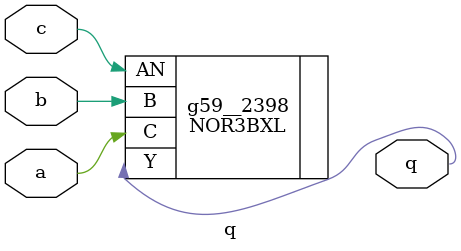
<source format=v>


// Verification Directory fv/q 

module q(a, b, c, q);
  input a, b, c;
  output q;
  wire a, b, c;
  wire q;
  NOR3BXL g59__2398(.AN (c), .B (b), .C (a), .Y (q));
endmodule


</source>
